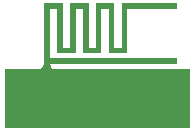
<source format=gbr>
G04 AWR Design Environment 16.01 *
G04 RS274-X Output Version 0.1 *
%FSLAX36Y36*%
%MOMM*%
%SFA1B1*%
%ADD10C,.010*%

G36*
X-39900000Y11200000D02*
X-39903038Y11165270D01*
X-39912061Y11131596D01*
X-39926795Y11100000D01*
X-39946791Y11071442D01*
X-39971442Y11046791D01*
X-40000000Y11026795D01*
X-40031596Y11012061D01*
X-40065270Y11003038D01*
X-40100000Y11000000D01*
X-40134730Y11003038D01*
X-40168404Y11012061D01*
X-40200000Y11026795D01*
X-40228558Y11046791D01*
X-40253209Y11071442D01*
X-40273205Y11100000D01*
X-40287939Y11131596D01*
X-40296962Y11165270D01*
X-40300000Y11200000D01*
X-40296962Y11234730D01*
X-40287939Y11268404D01*
X-40273205Y11300000D01*
X-40253209Y11328558D01*
X-40228558Y11353209D01*
X-40200000Y11373205D01*
X-40168404Y11387939D01*
X-40134730Y11396962D01*
X-40100000Y11400000D01*
X-40065270Y11396962D01*
X-40031596Y11387939D01*
X-40000000Y11373205D01*
X-39971442Y11353209D01*
X-39946791Y11328558D01*
X-39926795Y11300000D01*
X-39912061Y11268404D01*
X-39903038Y11234730D01*
X-39900000Y11200000D01*
G37*
G36*
X-39900000Y12100000D02*
X-39903038Y12065270D01*
X-39912061Y12031596D01*
X-39926795Y12000000D01*
X-39946791Y11971442D01*
X-39971442Y11946791D01*
X-40000000Y11926795D01*
X-40031596Y11912061D01*
X-40065270Y11903038D01*
X-40100000Y11900000D01*
X-40134730Y11903038D01*
X-40168404Y11912061D01*
X-40200000Y11926795D01*
X-40228558Y11946791D01*
X-40253209Y11971442D01*
X-40273205Y12000000D01*
X-40287939Y12031596D01*
X-40296962Y12065270D01*
X-40300000Y12100000D01*
X-40296962Y12134730D01*
X-40287939Y12168404D01*
X-40273205Y12200000D01*
X-40253209Y12228558D01*
X-40228558Y12253209D01*
X-40200000Y12273205D01*
X-40168404Y12287939D01*
X-40134730Y12296962D01*
X-40100000Y12300000D01*
X-40065270Y12296962D01*
X-40031596Y12287939D01*
X-40000000Y12273205D01*
X-39971442Y12253209D01*
X-39946791Y12228558D01*
X-39926795Y12200000D01*
X-39912061Y12168404D01*
X-39903038Y12134730D01*
X-39900000Y12100000D01*
G37*
G36*
X-29000000Y14000000D02*
X-28996962Y14034730D01*
X-28987939Y14068404D01*
X-28973205Y14100000D01*
X-28953209Y14128558D01*
X-28928558Y14153209D01*
X-28900000Y14173205D01*
X-28868404Y14187939D01*
X-28834730Y14196962D01*
X-28800000Y14200000D01*
X-28765270Y14196962D01*
X-28731596Y14187939D01*
X-28700000Y14173205D01*
X-28671442Y14153209D01*
X-28646791Y14128558D01*
X-28626795Y14100000D01*
X-28612061Y14068404D01*
X-28603038Y14034730D01*
X-28600000Y14000000D01*
X-28603038Y13965270D01*
X-28612061Y13931596D01*
X-28626795Y13900000D01*
X-28646791Y13871442D01*
X-28671442Y13846791D01*
X-28700000Y13826795D01*
X-28731596Y13812061D01*
X-28765270Y13803038D01*
X-28800000Y13800000D01*
X-28834730Y13803038D01*
X-28868404Y13812061D01*
X-28900000Y13826795D01*
X-28928558Y13846791D01*
X-28953209Y13871442D01*
X-28973205Y13900000D01*
X-28987939Y13931596D01*
X-28996962Y13965270D01*
X-29000000Y14000000D01*
G37*
G36*
X-38000000Y10400000D02*
X-37996962Y10434730D01*
X-37987939Y10468404D01*
X-37973205Y10500000D01*
X-37953209Y10528558D01*
X-37928558Y10553209D01*
X-37900000Y10573205D01*
X-37868404Y10587939D01*
X-37834730Y10596962D01*
X-37800000Y10600000D01*
X-37765270Y10596962D01*
X-37731596Y10587939D01*
X-37700000Y10573205D01*
X-37671442Y10553209D01*
X-37646791Y10528558D01*
X-37626795Y10500000D01*
X-37612061Y10468404D01*
X-37603038Y10434730D01*
X-37600000Y10400000D01*
X-37603038Y10365270D01*
X-37612061Y10331596D01*
X-37626795Y10300000D01*
X-37646791Y10271442D01*
X-37671442Y10246791D01*
X-37700000Y10226795D01*
X-37731596Y10212061D01*
X-37765270Y10203038D01*
X-37800000Y10200000D01*
X-37834730Y10203038D01*
X-37868404Y10212061D01*
X-37900000Y10226795D01*
X-37928558Y10246791D01*
X-37953209Y10271442D01*
X-37973205Y10300000D01*
X-37987939Y10331596D01*
X-37996962Y10365270D01*
X-38000000Y10400000D01*
G37*
G36*
X-32600000Y14000000D02*
X-32596962Y14034730D01*
X-32587939Y14068404D01*
X-32573205Y14100000D01*
X-32553209Y14128558D01*
X-32528558Y14153209D01*
X-32500000Y14173205D01*
X-32468404Y14187939D01*
X-32434730Y14196962D01*
X-32400000Y14200000D01*
X-32365270Y14196962D01*
X-32331596Y14187939D01*
X-32300000Y14173205D01*
X-32271442Y14153209D01*
X-32246791Y14128558D01*
X-32226795Y14100000D01*
X-32212061Y14068404D01*
X-32203038Y14034730D01*
X-32200000Y14000000D01*
X-32203038Y13965270D01*
X-32212061Y13931596D01*
X-32226795Y13900000D01*
X-32246791Y13871442D01*
X-32271442Y13846791D01*
X-32300000Y13826795D01*
X-32331596Y13812061D01*
X-32365270Y13803038D01*
X-32400000Y13800000D01*
X-32434730Y13803038D01*
X-32468404Y13812061D01*
X-32500000Y13826795D01*
X-32528558Y13846791D01*
X-32553209Y13871442D01*
X-32573205Y13900000D01*
X-32587939Y13931596D01*
X-32596962Y13965270D01*
X-32600000Y14000000D01*
G37*
G36*
X-32200000Y14000000D02*
X-32203038Y13965270D01*
X-32212061Y13931596D01*
X-32226795Y13900000D01*
X-32246791Y13871442D01*
X-32271442Y13846791D01*
X-32300000Y13826795D01*
X-32331596Y13812061D01*
X-32365270Y13803038D01*
X-32400000Y13800000D01*
X-32434730Y13803038D01*
X-32468404Y13812061D01*
X-32500000Y13826795D01*
X-32528558Y13846791D01*
X-32553209Y13871442D01*
X-32573205Y13900000D01*
X-32587939Y13931596D01*
X-32596962Y13965270D01*
X-32600000Y14000000D01*
X-32596962Y14034730D01*
X-32587939Y14068404D01*
X-32573205Y14100000D01*
X-32553209Y14128558D01*
X-32528558Y14153209D01*
X-32500000Y14173205D01*
X-32468404Y14187939D01*
X-32434730Y14196962D01*
X-32400000Y14200000D01*
X-32365270Y14196962D01*
X-32331596Y14187939D01*
X-32300000Y14173205D01*
X-32271442Y14153209D01*
X-32246791Y14128558D01*
X-32226795Y14100000D01*
X-32212061Y14068404D01*
X-32203038Y14034730D01*
X-32200000Y14000000D01*
G37*
G36*
X-37600000Y10400000D02*
X-37603038Y10365270D01*
X-37612061Y10331596D01*
X-37626795Y10300000D01*
X-37646791Y10271442D01*
X-37671442Y10246791D01*
X-37700000Y10226795D01*
X-37731596Y10212061D01*
X-37765270Y10203038D01*
X-37800000Y10200000D01*
X-37834730Y10203038D01*
X-37868404Y10212061D01*
X-37900000Y10226795D01*
X-37928558Y10246791D01*
X-37953209Y10271442D01*
X-37973205Y10300000D01*
X-37987939Y10331596D01*
X-37996962Y10365270D01*
X-38000000Y10400000D01*
X-37996962Y10434730D01*
X-37987939Y10468404D01*
X-37973205Y10500000D01*
X-37953209Y10528558D01*
X-37928558Y10553209D01*
X-37900000Y10573205D01*
X-37868404Y10587939D01*
X-37834730Y10596962D01*
X-37800000Y10600000D01*
X-37765270Y10596962D01*
X-37731596Y10587939D01*
X-37700000Y10573205D01*
X-37671442Y10553209D01*
X-37646791Y10528558D01*
X-37626795Y10500000D01*
X-37612061Y10468404D01*
X-37603038Y10434730D01*
X-37600000Y10400000D01*
G37*
G36*
X-40800000Y13900000D02*
X-40803038Y13865270D01*
X-40812061Y13831596D01*
X-40826795Y13800000D01*
X-40846791Y13771442D01*
X-40871442Y13746791D01*
X-40900000Y13726795D01*
X-40931596Y13712061D01*
X-40965270Y13703038D01*
X-41000000Y13700000D01*
X-41034730Y13703038D01*
X-41068404Y13712061D01*
X-41100000Y13726795D01*
X-41128558Y13746791D01*
X-41153209Y13771442D01*
X-41173205Y13800000D01*
X-41187939Y13831596D01*
X-41196962Y13865270D01*
X-41200000Y13900000D01*
X-41196962Y13934730D01*
X-41187939Y13968404D01*
X-41173205Y14000000D01*
X-41153209Y14028558D01*
X-41128558Y14053209D01*
X-41100000Y14073205D01*
X-41068404Y14087939D01*
X-41034730Y14096962D01*
X-41000000Y14100000D01*
X-40965270Y14096962D01*
X-40931596Y14087939D01*
X-40900000Y14073205D01*
X-40871442Y14053209D01*
X-40846791Y14028558D01*
X-40826795Y14000000D01*
X-40812061Y13968404D01*
X-40803038Y13934730D01*
X-40800000Y13900000D01*
G37*
G36*
X-30400000Y14000000D02*
X-30403038Y13965270D01*
X-30412061Y13931596D01*
X-30426795Y13900000D01*
X-30446791Y13871442D01*
X-30471442Y13846791D01*
X-30500000Y13826795D01*
X-30531596Y13812061D01*
X-30565270Y13803038D01*
X-30600000Y13800000D01*
X-30634730Y13803038D01*
X-30668404Y13812061D01*
X-30700000Y13826795D01*
X-30728558Y13846791D01*
X-30753209Y13871442D01*
X-30773205Y13900000D01*
X-30787939Y13931596D01*
X-30796962Y13965270D01*
X-30800000Y14000000D01*
X-30796962Y14034730D01*
X-30787939Y14068404D01*
X-30773205Y14100000D01*
X-30753209Y14128558D01*
X-30728558Y14153209D01*
X-30700000Y14173205D01*
X-30668404Y14187939D01*
X-30634730Y14196962D01*
X-30600000Y14200000D01*
X-30565270Y14196962D01*
X-30531596Y14187939D01*
X-30500000Y14173205D01*
X-30471442Y14153209D01*
X-30446791Y14128558D01*
X-30426795Y14100000D01*
X-30412061Y14068404D01*
X-30403038Y14034730D01*
X-30400000Y14000000D01*
G37*
G36*
X-34000000Y14000000D02*
X-34003038Y13965270D01*
X-34012061Y13931596D01*
X-34026795Y13900000D01*
X-34046791Y13871442D01*
X-34071442Y13846791D01*
X-34100000Y13826795D01*
X-34131596Y13812061D01*
X-34165270Y13803038D01*
X-34200000Y13800000D01*
X-34234730Y13803038D01*
X-34268404Y13812061D01*
X-34300000Y13826795D01*
X-34328558Y13846791D01*
X-34353209Y13871442D01*
X-34373205Y13900000D01*
X-34387939Y13931596D01*
X-34396962Y13965270D01*
X-34400000Y14000000D01*
X-34396962Y14034730D01*
X-34387939Y14068404D01*
X-34373205Y14100000D01*
X-34353209Y14128558D01*
X-34328558Y14153209D01*
X-34300000Y14173205D01*
X-34268404Y14187939D01*
X-34234730Y14196962D01*
X-34200000Y14200000D01*
X-34165270Y14196962D01*
X-34131596Y14187939D01*
X-34100000Y14173205D01*
X-34071442Y14153209D01*
X-34046791Y14128558D01*
X-34026795Y14100000D01*
X-34012061Y14068404D01*
X-34003038Y14034730D01*
X-34000000Y14000000D01*
G37*
G36*
X-32200000Y14000000D02*
X-32203038Y13965270D01*
X-32212061Y13931596D01*
X-32226795Y13900000D01*
X-32246791Y13871442D01*
X-32271442Y13846791D01*
X-32300000Y13826795D01*
X-32331596Y13812061D01*
X-32365270Y13803038D01*
X-32400000Y13800000D01*
X-32434730Y13803038D01*
X-32468404Y13812061D01*
X-32500000Y13826795D01*
X-32528558Y13846791D01*
X-32553209Y13871442D01*
X-32573205Y13900000D01*
X-32587939Y13931596D01*
X-32596962Y13965270D01*
X-32600000Y14000000D01*
X-32596962Y14034730D01*
X-32587939Y14068404D01*
X-32573205Y14100000D01*
X-32553209Y14128558D01*
X-32528558Y14153209D01*
X-32500000Y14173205D01*
X-32468404Y14187939D01*
X-32434730Y14196962D01*
X-32400000Y14200000D01*
X-32365270Y14196962D01*
X-32331596Y14187939D01*
X-32300000Y14173205D01*
X-32271442Y14153209D01*
X-32246791Y14128558D01*
X-32226795Y14100000D01*
X-32212061Y14068404D01*
X-32203038Y14034730D01*
X-32200000Y14000000D01*
G37*
G36*
X-37600000Y12200000D02*
X-37603038Y12165270D01*
X-37612061Y12131596D01*
X-37626795Y12100000D01*
X-37646791Y12071442D01*
X-37671442Y12046791D01*
X-37700000Y12026795D01*
X-37731596Y12012061D01*
X-37765270Y12003038D01*
X-37800000Y12000000D01*
X-37834730Y12003038D01*
X-37868404Y12012061D01*
X-37900000Y12026795D01*
X-37928558Y12046791D01*
X-37953209Y12071442D01*
X-37973205Y12100000D01*
X-37987939Y12131596D01*
X-37996962Y12165270D01*
X-38000000Y12200000D01*
X-37996962Y12234730D01*
X-37987939Y12268404D01*
X-37973205Y12300000D01*
X-37953209Y12328558D01*
X-37928558Y12353209D01*
X-37900000Y12373205D01*
X-37868404Y12387939D01*
X-37834730Y12396962D01*
X-37800000Y12400000D01*
X-37765270Y12396962D01*
X-37731596Y12387939D01*
X-37700000Y12373205D01*
X-37671442Y12353209D01*
X-37646791Y12328558D01*
X-37626795Y12300000D01*
X-37612061Y12268404D01*
X-37603038Y12234730D01*
X-37600000Y12200000D01*
G37*
G36*
X-39900000Y12100000D02*
X-39903038Y12065270D01*
X-39912061Y12031596D01*
X-39926795Y12000000D01*
X-39946791Y11971442D01*
X-39971442Y11946791D01*
X-40000000Y11926795D01*
X-40031596Y11912061D01*
X-40065270Y11903038D01*
X-40100000Y11900000D01*
X-40134730Y11903038D01*
X-40168404Y11912061D01*
X-40200000Y11926795D01*
X-40228558Y11946791D01*
X-40253209Y11971442D01*
X-40273205Y12000000D01*
X-40287939Y12031596D01*
X-40296962Y12065270D01*
X-40300000Y12100000D01*
X-40296962Y12134730D01*
X-40287939Y12168404D01*
X-40273205Y12200000D01*
X-40253209Y12228558D01*
X-40228558Y12253209D01*
X-40200000Y12273205D01*
X-40168404Y12287939D01*
X-40134730Y12296962D01*
X-40100000Y12300000D01*
X-40065270Y12296962D01*
X-40031596Y12287939D01*
X-40000000Y12273205D01*
X-39971442Y12253209D01*
X-39946791Y12228558D01*
X-39926795Y12200000D01*
X-39912061Y12168404D01*
X-39903038Y12134730D01*
X-39900000Y12100000D01*
G37*
G36*
X-39900000Y10300000D02*
X-39903038Y10265270D01*
X-39912061Y10231596D01*
X-39926795Y10200000D01*
X-39946791Y10171442D01*
X-39971442Y10146791D01*
X-40000000Y10126795D01*
X-40031596Y10112061D01*
X-40065270Y10103038D01*
X-40100000Y10100000D01*
X-40134730Y10103038D01*
X-40168404Y10112061D01*
X-40200000Y10126795D01*
X-40228558Y10146791D01*
X-40253209Y10171442D01*
X-40273205Y10200000D01*
X-40287939Y10231596D01*
X-40296962Y10265270D01*
X-40300000Y10300000D01*
X-40296962Y10334730D01*
X-40287939Y10368404D01*
X-40273205Y10400000D01*
X-40253209Y10428558D01*
X-40228558Y10453209D01*
X-40200000Y10473205D01*
X-40168404Y10487939D01*
X-40134730Y10496962D01*
X-40100000Y10500000D01*
X-40065270Y10496962D01*
X-40031596Y10487939D01*
X-40000000Y10473205D01*
X-39971442Y10453209D01*
X-39946791Y10428558D01*
X-39926795Y10400000D01*
X-39912061Y10368404D01*
X-39903038Y10334730D01*
X-39900000Y10300000D01*
G37*
G36*
X-34900000Y14000000D02*
X-34903038Y13965270D01*
X-34912061Y13931596D01*
X-34926795Y13900000D01*
X-34946791Y13871442D01*
X-34971442Y13846791D01*
X-35000000Y13826795D01*
X-35031596Y13812061D01*
X-35065270Y13803038D01*
X-35100000Y13800000D01*
X-35134730Y13803038D01*
X-35168404Y13812061D01*
X-35200000Y13826795D01*
X-35228558Y13846791D01*
X-35253209Y13871442D01*
X-35273205Y13900000D01*
X-35287939Y13931596D01*
X-35296962Y13965270D01*
X-35300000Y14000000D01*
X-35296962Y14034730D01*
X-35287939Y14068404D01*
X-35273205Y14100000D01*
X-35253209Y14128558D01*
X-35228558Y14153209D01*
X-35200000Y14173205D01*
X-35168404Y14187939D01*
X-35134730Y14196962D01*
X-35100000Y14200000D01*
X-35065270Y14196962D01*
X-35031596Y14187939D01*
X-35000000Y14173205D01*
X-34971442Y14153209D01*
X-34946791Y14128558D01*
X-34926795Y14100000D01*
X-34912061Y14068404D01*
X-34903038Y14034730D01*
X-34900000Y14000000D01*
G37*
G36*
X-38000000Y14000000D02*
X-37996962Y14034730D01*
X-37987939Y14068404D01*
X-37973205Y14100000D01*
X-37953209Y14128558D01*
X-37928558Y14153209D01*
X-37900000Y14173205D01*
X-37868404Y14187939D01*
X-37834730Y14196962D01*
X-37800000Y14200000D01*
X-37765270Y14196962D01*
X-37731596Y14187939D01*
X-37700000Y14173205D01*
X-37671442Y14153209D01*
X-37646791Y14128558D01*
X-37626795Y14100000D01*
X-37612061Y14068404D01*
X-37603038Y14034730D01*
X-37600000Y14000000D01*
X-37603038Y13965270D01*
X-37612061Y13931596D01*
X-37626795Y13900000D01*
X-37646791Y13871442D01*
X-37671442Y13846791D01*
X-37700000Y13826795D01*
X-37731596Y13812061D01*
X-37765270Y13803038D01*
X-37800000Y13800000D01*
X-37834730Y13803038D01*
X-37868404Y13812061D01*
X-37900000Y13826795D01*
X-37928558Y13846791D01*
X-37953209Y13871442D01*
X-37973205Y13900000D01*
X-37987939Y13931596D01*
X-37996962Y13965270D01*
X-38000000Y14000000D01*
G37*
G36*
X-37600000Y14000000D02*
X-37603038Y13965270D01*
X-37612061Y13931596D01*
X-37626795Y13900000D01*
X-37646791Y13871442D01*
X-37671442Y13846791D01*
X-37700000Y13826795D01*
X-37731596Y13812061D01*
X-37765270Y13803038D01*
X-37800000Y13800000D01*
X-37834730Y13803038D01*
X-37868404Y13812061D01*
X-37900000Y13826795D01*
X-37928558Y13846791D01*
X-37953209Y13871442D01*
X-37973205Y13900000D01*
X-37987939Y13931596D01*
X-37996962Y13965270D01*
X-38000000Y14000000D01*
X-37996962Y14034730D01*
X-37987939Y14068404D01*
X-37973205Y14100000D01*
X-37953209Y14128558D01*
X-37928558Y14153209D01*
X-37900000Y14173205D01*
X-37868404Y14187939D01*
X-37834730Y14196962D01*
X-37800000Y14200000D01*
X-37765270Y14196962D01*
X-37731596Y14187939D01*
X-37700000Y14173205D01*
X-37671442Y14153209D01*
X-37646791Y14128558D01*
X-37626795Y14100000D01*
X-37612061Y14068404D01*
X-37603038Y14034730D01*
X-37600000Y14000000D01*
G37*
G36*
X-37600000Y14000000D02*
X-37603038Y13965270D01*
X-37612061Y13931596D01*
X-37626795Y13900000D01*
X-37646791Y13871442D01*
X-37671442Y13846791D01*
X-37700000Y13826795D01*
X-37731596Y13812061D01*
X-37765270Y13803038D01*
X-37800000Y13800000D01*
X-37834730Y13803038D01*
X-37868404Y13812061D01*
X-37900000Y13826795D01*
X-37928558Y13846791D01*
X-37953209Y13871442D01*
X-37973205Y13900000D01*
X-37987939Y13931596D01*
X-37996962Y13965270D01*
X-38000000Y14000000D01*
X-37996962Y14034730D01*
X-37987939Y14068404D01*
X-37973205Y14100000D01*
X-37953209Y14128558D01*
X-37928558Y14153209D01*
X-37900000Y14173205D01*
X-37868404Y14187939D01*
X-37834730Y14196962D01*
X-37800000Y14200000D01*
X-37765270Y14196962D01*
X-37731596Y14187939D01*
X-37700000Y14173205D01*
X-37671442Y14153209D01*
X-37646791Y14128558D01*
X-37626795Y14100000D01*
X-37612061Y14068404D01*
X-37603038Y14034730D01*
X-37600000Y14000000D01*
G37*
G36*
X-35800000Y14000000D02*
X-35803038Y13965270D01*
X-35812061Y13931596D01*
X-35826795Y13900000D01*
X-35846791Y13871442D01*
X-35871442Y13846791D01*
X-35900000Y13826795D01*
X-35931596Y13812061D01*
X-35965270Y13803038D01*
X-36000000Y13800000D01*
X-36034730Y13803038D01*
X-36068404Y13812061D01*
X-36100000Y13826795D01*
X-36128558Y13846791D01*
X-36153209Y13871442D01*
X-36173205Y13900000D01*
X-36187939Y13931596D01*
X-36196962Y13965270D01*
X-36200000Y14000000D01*
X-36196962Y14034730D01*
X-36187939Y14068404D01*
X-36173205Y14100000D01*
X-36153209Y14128558D01*
X-36128558Y14153209D01*
X-36100000Y14173205D01*
X-36068404Y14187939D01*
X-36034730Y14196962D01*
X-36000000Y14200000D01*
X-35965270Y14196962D01*
X-35931596Y14187939D01*
X-35900000Y14173205D01*
X-35871442Y14153209D01*
X-35846791Y14128558D01*
X-35826795Y14100000D01*
X-35812061Y14068404D01*
X-35803038Y14034730D01*
X-35800000Y14000000D01*
G37*
G36*
X-30800000Y14000000D02*
X-30796962Y14034730D01*
X-30787939Y14068404D01*
X-30773205Y14100000D01*
X-30753209Y14128558D01*
X-30728558Y14153209D01*
X-30700000Y14173205D01*
X-30668404Y14187939D01*
X-30634730Y14196962D01*
X-30600000Y14200000D01*
X-30565270Y14196962D01*
X-30531596Y14187939D01*
X-30500000Y14173205D01*
X-30471442Y14153209D01*
X-30446791Y14128558D01*
X-30426795Y14100000D01*
X-30412061Y14068404D01*
X-30403038Y14034730D01*
X-30400000Y14000000D01*
X-30403038Y13965270D01*
X-30412061Y13931596D01*
X-30426795Y13900000D01*
X-30446791Y13871442D01*
X-30471442Y13846791D01*
X-30500000Y13826795D01*
X-30531596Y13812061D01*
X-30565270Y13803038D01*
X-30600000Y13800000D01*
X-30634730Y13803038D01*
X-30668404Y13812061D01*
X-30700000Y13826795D01*
X-30728558Y13846791D01*
X-30753209Y13871442D01*
X-30773205Y13900000D01*
X-30787939Y13931596D01*
X-30796962Y13965270D01*
X-30800000Y14000000D01*
G37*
G36*
X-30400000Y14000000D02*
X-30403038Y13965270D01*
X-30412061Y13931596D01*
X-30426795Y13900000D01*
X-30446791Y13871442D01*
X-30471442Y13846791D01*
X-30500000Y13826795D01*
X-30531596Y13812061D01*
X-30565270Y13803038D01*
X-30600000Y13800000D01*
X-30634730Y13803038D01*
X-30668404Y13812061D01*
X-30700000Y13826795D01*
X-30728558Y13846791D01*
X-30753209Y13871442D01*
X-30773205Y13900000D01*
X-30787939Y13931596D01*
X-30796962Y13965270D01*
X-30800000Y14000000D01*
X-30796962Y14034730D01*
X-30787939Y14068404D01*
X-30773205Y14100000D01*
X-30753209Y14128558D01*
X-30728558Y14153209D01*
X-30700000Y14173205D01*
X-30668404Y14187939D01*
X-30634730Y14196962D01*
X-30600000Y14200000D01*
X-30565270Y14196962D01*
X-30531596Y14187939D01*
X-30500000Y14173205D01*
X-30471442Y14153209D01*
X-30446791Y14128558D01*
X-30426795Y14100000D01*
X-30412061Y14068404D01*
X-30403038Y14034730D01*
X-30400000Y14000000D01*
G37*
G36*
X-27700000Y14000000D02*
X-27703038Y13965270D01*
X-27712061Y13931596D01*
X-27726795Y13900000D01*
X-27746791Y13871442D01*
X-27771442Y13846791D01*
X-27800000Y13826795D01*
X-27831596Y13812061D01*
X-27865270Y13803038D01*
X-27900000Y13800000D01*
X-27934730Y13803038D01*
X-27968404Y13812061D01*
X-28000000Y13826795D01*
X-28028558Y13846791D01*
X-28053209Y13871442D01*
X-28073205Y13900000D01*
X-28087939Y13931596D01*
X-28096962Y13965270D01*
X-28100000Y14000000D01*
X-28096962Y14034730D01*
X-28087939Y14068404D01*
X-28073205Y14100000D01*
X-28053209Y14128558D01*
X-28028558Y14153209D01*
X-28000000Y14173205D01*
X-27968404Y14187939D01*
X-27934730Y14196962D01*
X-27900000Y14200000D01*
X-27865270Y14196962D01*
X-27831596Y14187939D01*
X-27800000Y14173205D01*
X-27771442Y14153209D01*
X-27746791Y14128558D01*
X-27726795Y14100000D01*
X-27712061Y14068404D01*
X-27703038Y14034730D01*
X-27700000Y14000000D01*
G37*
G36*
X-37600000Y13100000D02*
X-37603038Y13065270D01*
X-37612061Y13031596D01*
X-37626795Y13000000D01*
X-37646791Y12971442D01*
X-37671442Y12946791D01*
X-37700000Y12926795D01*
X-37731596Y12912061D01*
X-37765270Y12903038D01*
X-37800000Y12900000D01*
X-37834730Y12903038D01*
X-37868404Y12912061D01*
X-37900000Y12926795D01*
X-37928558Y12946791D01*
X-37953209Y12971442D01*
X-37973205Y13000000D01*
X-37987939Y13031596D01*
X-37996962Y13065270D01*
X-38000000Y13100000D01*
X-37996962Y13134730D01*
X-37987939Y13168404D01*
X-37973205Y13200000D01*
X-37953209Y13228558D01*
X-37928558Y13253209D01*
X-37900000Y13273205D01*
X-37868404Y13287939D01*
X-37834730Y13296962D01*
X-37800000Y13300000D01*
X-37765270Y13296962D01*
X-37731596Y13287939D01*
X-37700000Y13273205D01*
X-37671442Y13253209D01*
X-37646791Y13228558D01*
X-37626795Y13200000D01*
X-37612061Y13168404D01*
X-37603038Y13134730D01*
X-37600000Y13100000D01*
G37*
G36*
X-34400000Y14000000D02*
X-34396962Y14034730D01*
X-34387939Y14068404D01*
X-34373205Y14100000D01*
X-34353209Y14128558D01*
X-34328558Y14153209D01*
X-34300000Y14173205D01*
X-34268404Y14187939D01*
X-34234730Y14196962D01*
X-34200000Y14200000D01*
X-34165270Y14196962D01*
X-34131596Y14187939D01*
X-34100000Y14173205D01*
X-34071442Y14153209D01*
X-34046791Y14128558D01*
X-34026795Y14100000D01*
X-34012061Y14068404D01*
X-34003038Y14034730D01*
X-34000000Y14000000D01*
X-34003038Y13965270D01*
X-34012061Y13931596D01*
X-34026795Y13900000D01*
X-34046791Y13871442D01*
X-34071442Y13846791D01*
X-34100000Y13826795D01*
X-34131596Y13812061D01*
X-34165270Y13803038D01*
X-34200000Y13800000D01*
X-34234730Y13803038D01*
X-34268404Y13812061D01*
X-34300000Y13826795D01*
X-34328558Y13846791D01*
X-34353209Y13871442D01*
X-34373205Y13900000D01*
X-34387939Y13931596D01*
X-34396962Y13965270D01*
X-34400000Y14000000D01*
G37*
G36*
X-39900000Y10300000D02*
X-39903038Y10265270D01*
X-39912061Y10231596D01*
X-39926795Y10200000D01*
X-39946791Y10171442D01*
X-39971442Y10146791D01*
X-40000000Y10126795D01*
X-40031596Y10112061D01*
X-40065270Y10103038D01*
X-40100000Y10100000D01*
X-40134730Y10103038D01*
X-40168404Y10112061D01*
X-40200000Y10126795D01*
X-40228558Y10146791D01*
X-40253209Y10171442D01*
X-40273205Y10200000D01*
X-40287939Y10231596D01*
X-40296962Y10265270D01*
X-40300000Y10300000D01*
X-40296962Y10334730D01*
X-40287939Y10368404D01*
X-40273205Y10400000D01*
X-40253209Y10428558D01*
X-40228558Y10453209D01*
X-40200000Y10473205D01*
X-40168404Y10487939D01*
X-40134730Y10496962D01*
X-40100000Y10500000D01*
X-40065270Y10496962D01*
X-40031596Y10487939D01*
X-40000000Y10473205D01*
X-39971442Y10453209D01*
X-39946791Y10428558D01*
X-39926795Y10400000D01*
X-39912061Y10368404D01*
X-39903038Y10334730D01*
X-39900000Y10300000D01*
G37*
G36*
X-35800000Y14000000D02*
X-35803038Y13965270D01*
X-35812061Y13931596D01*
X-35826795Y13900000D01*
X-35846791Y13871442D01*
X-35871442Y13846791D01*
X-35900000Y13826795D01*
X-35931596Y13812061D01*
X-35965270Y13803038D01*
X-36000000Y13800000D01*
X-36034730Y13803038D01*
X-36068404Y13812061D01*
X-36100000Y13826795D01*
X-36128558Y13846791D01*
X-36153209Y13871442D01*
X-36173205Y13900000D01*
X-36187939Y13931596D01*
X-36196962Y13965270D01*
X-36200000Y14000000D01*
X-36196962Y14034730D01*
X-36187939Y14068404D01*
X-36173205Y14100000D01*
X-36153209Y14128558D01*
X-36128558Y14153209D01*
X-36100000Y14173205D01*
X-36068404Y14187939D01*
X-36034730Y14196962D01*
X-36000000Y14200000D01*
X-35965270Y14196962D01*
X-35931596Y14187939D01*
X-35900000Y14173205D01*
X-35871442Y14153209D01*
X-35846791Y14128558D01*
X-35826795Y14100000D01*
X-35812061Y14068404D01*
X-35803038Y14034730D01*
X-35800000Y14000000D01*
G37*
G36*
X-37600000Y10400000D02*
X-37603038Y10365270D01*
X-37612061Y10331596D01*
X-37626795Y10300000D01*
X-37646791Y10271442D01*
X-37671442Y10246791D01*
X-37700000Y10226795D01*
X-37731596Y10212061D01*
X-37765270Y10203038D01*
X-37800000Y10200000D01*
X-37834730Y10203038D01*
X-37868404Y10212061D01*
X-37900000Y10226795D01*
X-37928558Y10246791D01*
X-37953209Y10271442D01*
X-37973205Y10300000D01*
X-37987939Y10331596D01*
X-37996962Y10365270D01*
X-38000000Y10400000D01*
X-37996962Y10434730D01*
X-37987939Y10468404D01*
X-37973205Y10500000D01*
X-37953209Y10528558D01*
X-37928558Y10553209D01*
X-37900000Y10573205D01*
X-37868404Y10587939D01*
X-37834730Y10596962D01*
X-37800000Y10600000D01*
X-37765270Y10596962D01*
X-37731596Y10587939D01*
X-37700000Y10573205D01*
X-37671442Y10553209D01*
X-37646791Y10528558D01*
X-37626795Y10500000D01*
X-37612061Y10468404D01*
X-37603038Y10434730D01*
X-37600000Y10400000D01*
G37*
G36*
X-34000000Y14000000D02*
X-34003038Y13965270D01*
X-34012061Y13931596D01*
X-34026795Y13900000D01*
X-34046791Y13871442D01*
X-34071442Y13846791D01*
X-34100000Y13826795D01*
X-34131596Y13812061D01*
X-34165270Y13803038D01*
X-34200000Y13800000D01*
X-34234730Y13803038D01*
X-34268404Y13812061D01*
X-34300000Y13826795D01*
X-34328558Y13846791D01*
X-34353209Y13871442D01*
X-34373205Y13900000D01*
X-34387939Y13931596D01*
X-34396962Y13965270D01*
X-34400000Y14000000D01*
X-34396962Y14034730D01*
X-34387939Y14068404D01*
X-34373205Y14100000D01*
X-34353209Y14128558D01*
X-34328558Y14153209D01*
X-34300000Y14173205D01*
X-34268404Y14187939D01*
X-34234730Y14196962D01*
X-34200000Y14200000D01*
X-34165270Y14196962D01*
X-34131596Y14187939D01*
X-34100000Y14173205D01*
X-34071442Y14153209D01*
X-34046791Y14128558D01*
X-34026795Y14100000D01*
X-34012061Y14068404D01*
X-34003038Y14034730D01*
X-34000000Y14000000D01*
G37*
G36*
X-29500000Y14000000D02*
X-29503038Y13965270D01*
X-29512061Y13931596D01*
X-29526795Y13900000D01*
X-29546791Y13871442D01*
X-29571442Y13846791D01*
X-29600000Y13826795D01*
X-29631596Y13812061D01*
X-29665270Y13803038D01*
X-29700000Y13800000D01*
X-29734730Y13803038D01*
X-29768404Y13812061D01*
X-29800000Y13826795D01*
X-29828558Y13846791D01*
X-29853209Y13871442D01*
X-29873205Y13900000D01*
X-29887939Y13931596D01*
X-29896962Y13965270D01*
X-29900000Y14000000D01*
X-29896962Y14034730D01*
X-29887939Y14068404D01*
X-29873205Y14100000D01*
X-29853209Y14128558D01*
X-29828558Y14153209D01*
X-29800000Y14173205D01*
X-29768404Y14187939D01*
X-29734730Y14196962D01*
X-29700000Y14200000D01*
X-29665270Y14196962D01*
X-29631596Y14187939D01*
X-29600000Y14173205D01*
X-29571442Y14153209D01*
X-29546791Y14128558D01*
X-29526795Y14100000D01*
X-29512061Y14068404D01*
X-29503038Y14034730D01*
X-29500000Y14000000D01*
G37*
G36*
X-37600000Y11300000D02*
X-37603038Y11265270D01*
X-37612061Y11231596D01*
X-37626795Y11200000D01*
X-37646791Y11171442D01*
X-37671442Y11146791D01*
X-37700000Y11126795D01*
X-37731596Y11112061D01*
X-37765270Y11103038D01*
X-37800000Y11100000D01*
X-37834730Y11103038D01*
X-37868404Y11112061D01*
X-37900000Y11126795D01*
X-37928558Y11146791D01*
X-37953209Y11171442D01*
X-37973205Y11200000D01*
X-37987939Y11231596D01*
X-37996962Y11265270D01*
X-38000000Y11300000D01*
X-37996962Y11334730D01*
X-37987939Y11368404D01*
X-37973205Y11400000D01*
X-37953209Y11428558D01*
X-37928558Y11453209D01*
X-37900000Y11473205D01*
X-37868404Y11487939D01*
X-37834730Y11496962D01*
X-37800000Y11500000D01*
X-37765270Y11496962D01*
X-37731596Y11487939D01*
X-37700000Y11473205D01*
X-37671442Y11453209D01*
X-37646791Y11428558D01*
X-37626795Y11400000D01*
X-37612061Y11368404D01*
X-37603038Y11334730D01*
X-37600000Y11300000D01*
G37*
G36*
X-31300000Y14000000D02*
X-31303038Y13965270D01*
X-31312061Y13931596D01*
X-31326795Y13900000D01*
X-31346791Y13871442D01*
X-31371442Y13846791D01*
X-31400000Y13826795D01*
X-31431596Y13812061D01*
X-31465270Y13803038D01*
X-31500000Y13800000D01*
X-31534730Y13803038D01*
X-31568404Y13812061D01*
X-31600000Y13826795D01*
X-31628558Y13846791D01*
X-31653209Y13871442D01*
X-31673205Y13900000D01*
X-31687939Y13931596D01*
X-31696962Y13965270D01*
X-31700000Y14000000D01*
X-31696962Y14034730D01*
X-31687939Y14068404D01*
X-31673205Y14100000D01*
X-31653209Y14128558D01*
X-31628558Y14153209D01*
X-31600000Y14173205D01*
X-31568404Y14187939D01*
X-31534730Y14196962D01*
X-31500000Y14200000D01*
X-31465270Y14196962D01*
X-31431596Y14187939D01*
X-31400000Y14173205D01*
X-31371442Y14153209D01*
X-31346791Y14128558D01*
X-31326795Y14100000D01*
X-31312061Y14068404D01*
X-31303038Y14034730D01*
X-31300000Y14000000D01*
G37*
G36*
X-33100000Y14000000D02*
X-33103038Y13965270D01*
X-33112061Y13931596D01*
X-33126795Y13900000D01*
X-33146791Y13871442D01*
X-33171442Y13846791D01*
X-33200000Y13826795D01*
X-33231596Y13812061D01*
X-33265270Y13803038D01*
X-33300000Y13800000D01*
X-33334730Y13803038D01*
X-33368404Y13812061D01*
X-33400000Y13826795D01*
X-33428558Y13846791D01*
X-33453209Y13871442D01*
X-33473205Y13900000D01*
X-33487939Y13931596D01*
X-33496962Y13965270D01*
X-33500000Y14000000D01*
X-33496962Y14034730D01*
X-33487939Y14068404D01*
X-33473205Y14100000D01*
X-33453209Y14128558D01*
X-33428558Y14153209D01*
X-33400000Y14173205D01*
X-33368404Y14187939D01*
X-33334730Y14196962D01*
X-33300000Y14200000D01*
X-33265270Y14196962D01*
X-33231596Y14187939D01*
X-33200000Y14173205D01*
X-33171442Y14153209D01*
X-33146791Y14128558D01*
X-33126795Y14100000D01*
X-33112061Y14068404D01*
X-33103038Y14034730D01*
X-33100000Y14000000D01*
G37*
G36*
X-40800000Y13000000D02*
X-40803038Y12965270D01*
X-40812061Y12931596D01*
X-40826795Y12900000D01*
X-40846791Y12871442D01*
X-40871442Y12846791D01*
X-40900000Y12826795D01*
X-40931596Y12812061D01*
X-40965270Y12803038D01*
X-41000000Y12800000D01*
X-41034730Y12803038D01*
X-41068404Y12812061D01*
X-41100000Y12826795D01*
X-41128558Y12846791D01*
X-41153209Y12871442D01*
X-41173205Y12900000D01*
X-41187939Y12931596D01*
X-41196962Y12965270D01*
X-41200000Y13000000D01*
X-41196962Y13034730D01*
X-41187939Y13068404D01*
X-41173205Y13100000D01*
X-41153209Y13128558D01*
X-41128558Y13153209D01*
X-41100000Y13173205D01*
X-41068404Y13187939D01*
X-41034730Y13196962D01*
X-41000000Y13200000D01*
X-40965270Y13196962D01*
X-40931596Y13187939D01*
X-40900000Y13173205D01*
X-40871442Y13153209D01*
X-40846791Y13128558D01*
X-40826795Y13100000D01*
X-40812061Y13068404D01*
X-40803038Y13034730D01*
X-40800000Y13000000D01*
G37*
G36*
X-28600000Y14000000D02*
X-28603038Y13965270D01*
X-28612061Y13931596D01*
X-28626795Y13900000D01*
X-28646791Y13871442D01*
X-28671442Y13846791D01*
X-28700000Y13826795D01*
X-28731596Y13812061D01*
X-28765270Y13803038D01*
X-28800000Y13800000D01*
X-28834730Y13803038D01*
X-28868404Y13812061D01*
X-28900000Y13826795D01*
X-28928558Y13846791D01*
X-28953209Y13871442D01*
X-28973205Y13900000D01*
X-28987939Y13931596D01*
X-28996962Y13965270D01*
X-29000000Y14000000D01*
X-28996962Y14034730D01*
X-28987939Y14068404D01*
X-28973205Y14100000D01*
X-28953209Y14128558D01*
X-28928558Y14153209D01*
X-28900000Y14173205D01*
X-28868404Y14187939D01*
X-28834730Y14196962D01*
X-28800000Y14200000D01*
X-28765270Y14196962D01*
X-28731596Y14187939D01*
X-28700000Y14173205D01*
X-28671442Y14153209D01*
X-28646791Y14128558D01*
X-28626795Y14100000D01*
X-28612061Y14068404D01*
X-28603038Y14034730D01*
X-28600000Y14000000D01*
G37*
G36*
X-36700000Y14000000D02*
X-36703038Y13965270D01*
X-36712061Y13931596D01*
X-36726795Y13900000D01*
X-36746791Y13871442D01*
X-36771442Y13846791D01*
X-36800000Y13826795D01*
X-36831596Y13812061D01*
X-36865270Y13803038D01*
X-36900000Y13800000D01*
X-36934730Y13803038D01*
X-36968404Y13812061D01*
X-37000000Y13826795D01*
X-37028558Y13846791D01*
X-37053209Y13871442D01*
X-37073205Y13900000D01*
X-37087939Y13931596D01*
X-37096962Y13965270D01*
X-37100000Y14000000D01*
X-37096962Y14034730D01*
X-37087939Y14068404D01*
X-37073205Y14100000D01*
X-37053209Y14128558D01*
X-37028558Y14153209D01*
X-37000000Y14173205D01*
X-36968404Y14187939D01*
X-36934730Y14196962D01*
X-36900000Y14200000D01*
X-36865270Y14196962D01*
X-36831596Y14187939D01*
X-36800000Y14173205D01*
X-36771442Y14153209D01*
X-36746791Y14128558D01*
X-36726795Y14100000D01*
X-36712061Y14068404D01*
X-36703038Y14034730D01*
X-36700000Y14000000D01*
G37*
G36*
X-39900000Y13900000D02*
X-39903038Y13865270D01*
X-39912061Y13831596D01*
X-39926795Y13800000D01*
X-39946791Y13771442D01*
X-39971442Y13746791D01*
X-40000000Y13726795D01*
X-40031596Y13712061D01*
X-40065270Y13703038D01*
X-40100000Y13700000D01*
X-40134730Y13703038D01*
X-40168404Y13712061D01*
X-40200000Y13726795D01*
X-40228558Y13746791D01*
X-40253209Y13771442D01*
X-40273205Y13800000D01*
X-40287939Y13831596D01*
X-40296962Y13865270D01*
X-40300000Y13900000D01*
X-40296962Y13934730D01*
X-40287939Y13968404D01*
X-40273205Y14000000D01*
X-40253209Y14028558D01*
X-40228558Y14053209D01*
X-40200000Y14073205D01*
X-40168404Y14087939D01*
X-40134730Y14096962D01*
X-40100000Y14100000D01*
X-40065270Y14096962D01*
X-40031596Y14087939D01*
X-40000000Y14073205D01*
X-39971442Y14053209D01*
X-39946791Y14028558D01*
X-39926795Y14000000D01*
X-39912061Y13968404D01*
X-39903038Y13934730D01*
X-39900000Y13900000D01*
G37*
G36*
X-38000000Y12200000D02*
X-37996962Y12234730D01*
X-37987939Y12268404D01*
X-37973205Y12300000D01*
X-37953209Y12328558D01*
X-37928558Y12353209D01*
X-37900000Y12373205D01*
X-37868404Y12387939D01*
X-37834730Y12396962D01*
X-37800000Y12400000D01*
X-37765270Y12396962D01*
X-37731596Y12387939D01*
X-37700000Y12373205D01*
X-37671442Y12353209D01*
X-37646791Y12328558D01*
X-37626795Y12300000D01*
X-37612061Y12268404D01*
X-37603038Y12234730D01*
X-37600000Y12200000D01*
X-37603038Y12165270D01*
X-37612061Y12131596D01*
X-37626795Y12100000D01*
X-37646791Y12071442D01*
X-37671442Y12046791D01*
X-37700000Y12026795D01*
X-37731596Y12012061D01*
X-37765270Y12003038D01*
X-37800000Y12000000D01*
X-37834730Y12003038D01*
X-37868404Y12012061D01*
X-37900000Y12026795D01*
X-37928558Y12046791D01*
X-37953209Y12071442D01*
X-37973205Y12100000D01*
X-37987939Y12131596D01*
X-37996962Y12165270D01*
X-38000000Y12200000D01*
G37*
G36*
X-40300000Y10300000D02*
X-40296962Y10334730D01*
X-40287939Y10368404D01*
X-40273205Y10400000D01*
X-40253209Y10428558D01*
X-40228558Y10453209D01*
X-40200000Y10473205D01*
X-40168404Y10487939D01*
X-40134730Y10496962D01*
X-40100000Y10500000D01*
X-40065270Y10496962D01*
X-40031596Y10487939D01*
X-40000000Y10473205D01*
X-39971442Y10453209D01*
X-39946791Y10428558D01*
X-39926795Y10400000D01*
X-39912061Y10368404D01*
X-39903038Y10334730D01*
X-39900000Y10300000D01*
X-39903038Y10265270D01*
X-39912061Y10231596D01*
X-39926795Y10200000D01*
X-39946791Y10171442D01*
X-39971442Y10146791D01*
X-40000000Y10126795D01*
X-40031596Y10112061D01*
X-40065270Y10103038D01*
X-40100000Y10100000D01*
X-40134730Y10103038D01*
X-40168404Y10112061D01*
X-40200000Y10126795D01*
X-40228558Y10146791D01*
X-40253209Y10171442D01*
X-40273205Y10200000D01*
X-40287939Y10231596D01*
X-40296962Y10265270D01*
X-40300000Y10300000D01*
G37*
G36*
X-37600000Y12200000D02*
X-37603038Y12165270D01*
X-37612061Y12131596D01*
X-37626795Y12100000D01*
X-37646791Y12071442D01*
X-37671442Y12046791D01*
X-37700000Y12026795D01*
X-37731596Y12012061D01*
X-37765270Y12003038D01*
X-37800000Y12000000D01*
X-37834730Y12003038D01*
X-37868404Y12012061D01*
X-37900000Y12026795D01*
X-37928558Y12046791D01*
X-37953209Y12071442D01*
X-37973205Y12100000D01*
X-37987939Y12131596D01*
X-37996962Y12165270D01*
X-38000000Y12200000D01*
X-37996962Y12234730D01*
X-37987939Y12268404D01*
X-37973205Y12300000D01*
X-37953209Y12328558D01*
X-37928558Y12353209D01*
X-37900000Y12373205D01*
X-37868404Y12387939D01*
X-37834730Y12396962D01*
X-37800000Y12400000D01*
X-37765270Y12396962D01*
X-37731596Y12387939D01*
X-37700000Y12373205D01*
X-37671442Y12353209D01*
X-37646791Y12328558D01*
X-37626795Y12300000D01*
X-37612061Y12268404D01*
X-37603038Y12234730D01*
X-37600000Y12200000D01*
G37*
G36*
X-28600000Y14000000D02*
X-28603038Y13965270D01*
X-28612061Y13931596D01*
X-28626795Y13900000D01*
X-28646791Y13871442D01*
X-28671442Y13846791D01*
X-28700000Y13826795D01*
X-28731596Y13812061D01*
X-28765270Y13803038D01*
X-28800000Y13800000D01*
X-28834730Y13803038D01*
X-28868404Y13812061D01*
X-28900000Y13826795D01*
X-28928558Y13846791D01*
X-28953209Y13871442D01*
X-28973205Y13900000D01*
X-28987939Y13931596D01*
X-28996962Y13965270D01*
X-29000000Y14000000D01*
X-28996962Y14034730D01*
X-28987939Y14068404D01*
X-28973205Y14100000D01*
X-28953209Y14128558D01*
X-28928558Y14153209D01*
X-28900000Y14173205D01*
X-28868404Y14187939D01*
X-28834730Y14196962D01*
X-28800000Y14200000D01*
X-28765270Y14196962D01*
X-28731596Y14187939D01*
X-28700000Y14173205D01*
X-28671442Y14153209D01*
X-28646791Y14128558D01*
X-28626795Y14100000D01*
X-28612061Y14068404D01*
X-28603038Y14034730D01*
X-28600000Y14000000D01*
G37*
G36*
X-40300000Y12100000D02*
X-40296962Y12134730D01*
X-40287939Y12168404D01*
X-40273205Y12200000D01*
X-40253209Y12228558D01*
X-40228558Y12253209D01*
X-40200000Y12273205D01*
X-40168404Y12287939D01*
X-40134730Y12296962D01*
X-40100000Y12300000D01*
X-40065270Y12296962D01*
X-40031596Y12287939D01*
X-40000000Y12273205D01*
X-39971442Y12253209D01*
X-39946791Y12228558D01*
X-39926795Y12200000D01*
X-39912061Y12168404D01*
X-39903038Y12134730D01*
X-39900000Y12100000D01*
X-39903038Y12065270D01*
X-39912061Y12031596D01*
X-39926795Y12000000D01*
X-39946791Y11971442D01*
X-39971442Y11946791D01*
X-40000000Y11926795D01*
X-40031596Y11912061D01*
X-40065270Y11903038D01*
X-40100000Y11900000D01*
X-40134730Y11903038D01*
X-40168404Y11912061D01*
X-40200000Y11926795D01*
X-40228558Y11946791D01*
X-40253209Y11971442D01*
X-40273205Y12000000D01*
X-40287939Y12031596D01*
X-40296962Y12065270D01*
X-40300000Y12100000D01*
G37*
G36*
X-36200000Y14000000D02*
X-36196962Y14034730D01*
X-36187939Y14068404D01*
X-36173205Y14100000D01*
X-36153209Y14128558D01*
X-36128558Y14153209D01*
X-36100000Y14173205D01*
X-36068404Y14187939D01*
X-36034730Y14196962D01*
X-36000000Y14200000D01*
X-35965270Y14196962D01*
X-35931596Y14187939D01*
X-35900000Y14173205D01*
X-35871442Y14153209D01*
X-35846791Y14128558D01*
X-35826795Y14100000D01*
X-35812061Y14068404D01*
X-35803038Y14034730D01*
X-35800000Y14000000D01*
X-35803038Y13965270D01*
X-35812061Y13931596D01*
X-35826795Y13900000D01*
X-35846791Y13871442D01*
X-35871442Y13846791D01*
X-35900000Y13826795D01*
X-35931596Y13812061D01*
X-35965270Y13803038D01*
X-36000000Y13800000D01*
X-36034730Y13803038D01*
X-36068404Y13812061D01*
X-36100000Y13826795D01*
X-36128558Y13846791D01*
X-36153209Y13871442D01*
X-36173205Y13900000D01*
X-36187939Y13931596D01*
X-36196962Y13965270D01*
X-36200000Y14000000D01*
G37*
G36*
X-39900000Y13000000D02*
X-39903038Y12965270D01*
X-39912061Y12931596D01*
X-39926795Y12900000D01*
X-39946791Y12871442D01*
X-39971442Y12846791D01*
X-40000000Y12826795D01*
X-40031596Y12812061D01*
X-40065270Y12803038D01*
X-40100000Y12800000D01*
X-40134730Y12803038D01*
X-40168404Y12812061D01*
X-40200000Y12826795D01*
X-40228558Y12846791D01*
X-40253209Y12871442D01*
X-40273205Y12900000D01*
X-40287939Y12931596D01*
X-40296962Y12965270D01*
X-40300000Y13000000D01*
X-40296962Y13034730D01*
X-40287939Y13068404D01*
X-40273205Y13100000D01*
X-40253209Y13128558D01*
X-40228558Y13153209D01*
X-40200000Y13173205D01*
X-40168404Y13187939D01*
X-40134730Y13196962D01*
X-40100000Y13200000D01*
X-40065270Y13196962D01*
X-40031596Y13187939D01*
X-40000000Y13173205D01*
X-39971442Y13153209D01*
X-39946791Y13128558D01*
X-39926795Y13100000D01*
X-39912061Y13068404D01*
X-39903038Y13034730D01*
X-39900000Y13000000D01*
G37*
G36*
X-42500000Y14700000D02*
Y9700000D01*
X-39600000D01*
Y14700000D01*
X-42500000D01*
G37*
G36*
X-38700000Y15600000D02*
X-27900000D01*
Y15100000D01*
X-38700000D01*
X-38400000Y14500000D01*
Y9700000D01*
X-39500000D01*
Y14500000D01*
X-39200000Y15100000D01*
Y20300000D01*
X-37600000D01*
Y16500000D01*
X-37000000D01*
Y20300000D01*
X-35400000D01*
Y16500000D01*
X-34800000D01*
Y20300000D01*
X-33200000D01*
Y16500000D01*
X-32600000D01*
Y20300000D01*
X-27900000D01*
Y19800000D01*
X-32100000D01*
Y16000000D01*
X-33700000D01*
Y19800000D01*
X-34300000D01*
Y16000000D01*
X-35900000D01*
Y19800000D01*
X-36500000D01*
Y16000000D01*
X-38100000D01*
Y19800000D01*
X-38700000D01*
Y15600000D01*
G37*
G36*
X-38300000Y14700000D02*
Y9700000D01*
X-26800000D01*
Y14700000D01*
X-38300000D01*
G37*
G36*
X-26800000Y14700000D02*
Y9700000D01*
X-42500000D01*
Y14700000D01*
X-26800000D01*
G37*
M02*
G04 End of Data *

</source>
